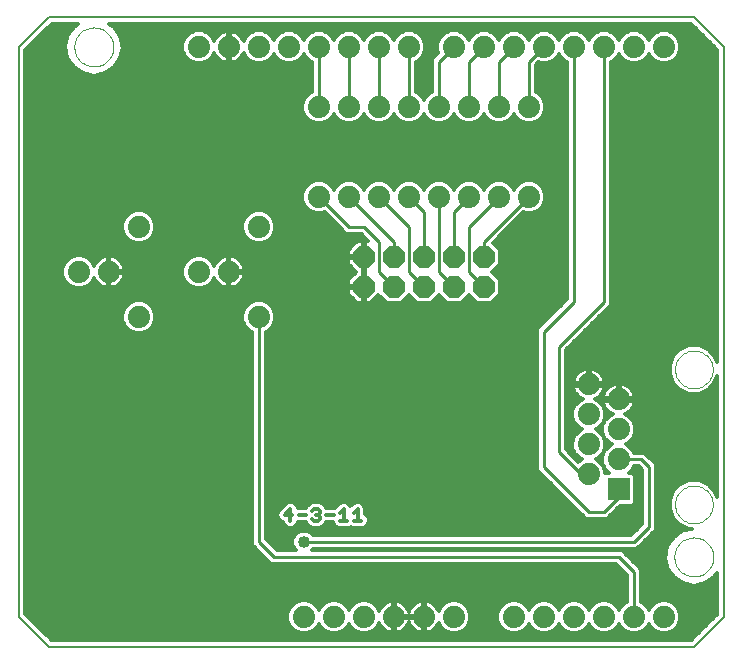
<source format=gtl>
G75*
G70*
%OFA0B0*%
%FSLAX24Y24*%
%IPPOS*%
%LPD*%
%AMOC8*
5,1,8,0,0,1.08239X$1,22.5*
%
%ADD10C,0.0080*%
%ADD11C,0.0130*%
%ADD12C,0.0740*%
%ADD13C,0.0000*%
%ADD14R,0.0740X0.0740*%
%ADD15OC8,0.0740*%
%ADD16C,0.0120*%
%ADD17C,0.0100*%
%ADD18C,0.0400*%
D10*
X006259Y001161D02*
X007259Y000161D01*
X028759Y000161D01*
X029759Y001161D01*
X029759Y020161D01*
X028759Y021161D01*
X007259Y021161D01*
X006259Y020161D01*
X006259Y001161D01*
D11*
X015124Y004561D02*
X015371Y004561D01*
X015309Y004376D02*
X015309Y004747D01*
X015124Y004561D01*
X015584Y004561D02*
X015831Y004561D01*
X016045Y004438D02*
X016106Y004376D01*
X016230Y004376D01*
X016291Y004438D01*
X016291Y004500D01*
X016230Y004561D01*
X016168Y004561D01*
X016230Y004561D02*
X016291Y004623D01*
X016291Y004685D01*
X016230Y004747D01*
X016106Y004747D01*
X016045Y004685D01*
X016505Y004561D02*
X016752Y004561D01*
X016965Y004623D02*
X017089Y004747D01*
X017089Y004376D01*
X017212Y004376D02*
X016965Y004376D01*
X017426Y004376D02*
X017673Y004376D01*
X017549Y004376D02*
X017549Y004747D01*
X017426Y004623D01*
D12*
X017759Y001161D03*
X018759Y001161D03*
X019759Y001161D03*
X020759Y001161D03*
X022759Y001161D03*
X023759Y001161D03*
X024759Y001161D03*
X025759Y001161D03*
X026759Y001161D03*
X027759Y001161D03*
X025259Y005911D03*
X026259Y006411D03*
X025259Y006911D03*
X026259Y007411D03*
X025259Y007911D03*
X026259Y008411D03*
X025259Y008911D03*
X023259Y015161D03*
X022259Y015161D03*
X021259Y015161D03*
X020259Y015161D03*
X019259Y015161D03*
X018259Y015161D03*
X017259Y015161D03*
X016259Y015161D03*
X014259Y014161D03*
X013259Y012661D03*
X012259Y012661D03*
X014259Y011161D03*
X010259Y011161D03*
X009259Y012661D03*
X008259Y012661D03*
X010259Y014161D03*
X016259Y018161D03*
X017259Y018161D03*
X018259Y018161D03*
X019259Y018161D03*
X020259Y018161D03*
X021259Y018161D03*
X022259Y018161D03*
X023259Y018161D03*
X023759Y020161D03*
X024759Y020161D03*
X025759Y020161D03*
X026759Y020161D03*
X027759Y020161D03*
X022759Y020161D03*
X021759Y020161D03*
X020759Y020161D03*
X019259Y020161D03*
X018259Y020161D03*
X017259Y020161D03*
X016259Y020161D03*
X015259Y020161D03*
X014259Y020161D03*
X013259Y020161D03*
X012259Y020161D03*
X015759Y001161D03*
X016759Y001161D03*
D13*
X028109Y003161D02*
X028111Y003211D01*
X028117Y003261D01*
X028127Y003311D01*
X028140Y003359D01*
X028157Y003407D01*
X028178Y003453D01*
X028202Y003497D01*
X028230Y003539D01*
X028261Y003579D01*
X028295Y003616D01*
X028332Y003651D01*
X028371Y003682D01*
X028412Y003711D01*
X028456Y003736D01*
X028502Y003758D01*
X028549Y003776D01*
X028597Y003790D01*
X028646Y003801D01*
X028696Y003808D01*
X028746Y003811D01*
X028797Y003810D01*
X028847Y003805D01*
X028897Y003796D01*
X028945Y003784D01*
X028993Y003767D01*
X029039Y003747D01*
X029084Y003724D01*
X029127Y003697D01*
X029167Y003667D01*
X029205Y003634D01*
X029240Y003598D01*
X029273Y003559D01*
X029302Y003518D01*
X029328Y003475D01*
X029351Y003430D01*
X029370Y003383D01*
X029385Y003335D01*
X029397Y003286D01*
X029405Y003236D01*
X029409Y003186D01*
X029409Y003136D01*
X029405Y003086D01*
X029397Y003036D01*
X029385Y002987D01*
X029370Y002939D01*
X029351Y002892D01*
X029328Y002847D01*
X029302Y002804D01*
X029273Y002763D01*
X029240Y002724D01*
X029205Y002688D01*
X029167Y002655D01*
X029127Y002625D01*
X029084Y002598D01*
X029039Y002575D01*
X028993Y002555D01*
X028945Y002538D01*
X028897Y002526D01*
X028847Y002517D01*
X028797Y002512D01*
X028746Y002511D01*
X028696Y002514D01*
X028646Y002521D01*
X028597Y002532D01*
X028549Y002546D01*
X028502Y002564D01*
X028456Y002586D01*
X028412Y002611D01*
X028371Y002640D01*
X028332Y002671D01*
X028295Y002706D01*
X028261Y002743D01*
X028230Y002783D01*
X028202Y002825D01*
X028178Y002869D01*
X028157Y002915D01*
X028140Y002963D01*
X028127Y003011D01*
X028117Y003061D01*
X028111Y003111D01*
X028109Y003161D01*
X028129Y004911D02*
X028131Y004961D01*
X028137Y005011D01*
X028147Y005060D01*
X028161Y005108D01*
X028178Y005155D01*
X028199Y005200D01*
X028224Y005244D01*
X028252Y005285D01*
X028284Y005324D01*
X028318Y005361D01*
X028355Y005395D01*
X028395Y005425D01*
X028437Y005452D01*
X028481Y005476D01*
X028527Y005497D01*
X028574Y005513D01*
X028622Y005526D01*
X028672Y005535D01*
X028721Y005540D01*
X028772Y005541D01*
X028822Y005538D01*
X028871Y005531D01*
X028920Y005520D01*
X028968Y005505D01*
X029014Y005487D01*
X029059Y005465D01*
X029102Y005439D01*
X029143Y005410D01*
X029182Y005378D01*
X029218Y005343D01*
X029250Y005305D01*
X029280Y005265D01*
X029307Y005222D01*
X029330Y005178D01*
X029349Y005132D01*
X029365Y005084D01*
X029377Y005035D01*
X029385Y004986D01*
X029389Y004936D01*
X029389Y004886D01*
X029385Y004836D01*
X029377Y004787D01*
X029365Y004738D01*
X029349Y004690D01*
X029330Y004644D01*
X029307Y004600D01*
X029280Y004557D01*
X029250Y004517D01*
X029218Y004479D01*
X029182Y004444D01*
X029143Y004412D01*
X029102Y004383D01*
X029059Y004357D01*
X029014Y004335D01*
X028968Y004317D01*
X028920Y004302D01*
X028871Y004291D01*
X028822Y004284D01*
X028772Y004281D01*
X028721Y004282D01*
X028672Y004287D01*
X028622Y004296D01*
X028574Y004309D01*
X028527Y004325D01*
X028481Y004346D01*
X028437Y004370D01*
X028395Y004397D01*
X028355Y004427D01*
X028318Y004461D01*
X028284Y004498D01*
X028252Y004537D01*
X028224Y004578D01*
X028199Y004622D01*
X028178Y004667D01*
X028161Y004714D01*
X028147Y004762D01*
X028137Y004811D01*
X028131Y004861D01*
X028129Y004911D01*
X028129Y009411D02*
X028131Y009461D01*
X028137Y009511D01*
X028147Y009560D01*
X028161Y009608D01*
X028178Y009655D01*
X028199Y009700D01*
X028224Y009744D01*
X028252Y009785D01*
X028284Y009824D01*
X028318Y009861D01*
X028355Y009895D01*
X028395Y009925D01*
X028437Y009952D01*
X028481Y009976D01*
X028527Y009997D01*
X028574Y010013D01*
X028622Y010026D01*
X028672Y010035D01*
X028721Y010040D01*
X028772Y010041D01*
X028822Y010038D01*
X028871Y010031D01*
X028920Y010020D01*
X028968Y010005D01*
X029014Y009987D01*
X029059Y009965D01*
X029102Y009939D01*
X029143Y009910D01*
X029182Y009878D01*
X029218Y009843D01*
X029250Y009805D01*
X029280Y009765D01*
X029307Y009722D01*
X029330Y009678D01*
X029349Y009632D01*
X029365Y009584D01*
X029377Y009535D01*
X029385Y009486D01*
X029389Y009436D01*
X029389Y009386D01*
X029385Y009336D01*
X029377Y009287D01*
X029365Y009238D01*
X029349Y009190D01*
X029330Y009144D01*
X029307Y009100D01*
X029280Y009057D01*
X029250Y009017D01*
X029218Y008979D01*
X029182Y008944D01*
X029143Y008912D01*
X029102Y008883D01*
X029059Y008857D01*
X029014Y008835D01*
X028968Y008817D01*
X028920Y008802D01*
X028871Y008791D01*
X028822Y008784D01*
X028772Y008781D01*
X028721Y008782D01*
X028672Y008787D01*
X028622Y008796D01*
X028574Y008809D01*
X028527Y008825D01*
X028481Y008846D01*
X028437Y008870D01*
X028395Y008897D01*
X028355Y008927D01*
X028318Y008961D01*
X028284Y008998D01*
X028252Y009037D01*
X028224Y009078D01*
X028199Y009122D01*
X028178Y009167D01*
X028161Y009214D01*
X028147Y009262D01*
X028137Y009311D01*
X028131Y009361D01*
X028129Y009411D01*
X008109Y020161D02*
X008111Y020211D01*
X008117Y020261D01*
X008127Y020311D01*
X008140Y020359D01*
X008157Y020407D01*
X008178Y020453D01*
X008202Y020497D01*
X008230Y020539D01*
X008261Y020579D01*
X008295Y020616D01*
X008332Y020651D01*
X008371Y020682D01*
X008412Y020711D01*
X008456Y020736D01*
X008502Y020758D01*
X008549Y020776D01*
X008597Y020790D01*
X008646Y020801D01*
X008696Y020808D01*
X008746Y020811D01*
X008797Y020810D01*
X008847Y020805D01*
X008897Y020796D01*
X008945Y020784D01*
X008993Y020767D01*
X009039Y020747D01*
X009084Y020724D01*
X009127Y020697D01*
X009167Y020667D01*
X009205Y020634D01*
X009240Y020598D01*
X009273Y020559D01*
X009302Y020518D01*
X009328Y020475D01*
X009351Y020430D01*
X009370Y020383D01*
X009385Y020335D01*
X009397Y020286D01*
X009405Y020236D01*
X009409Y020186D01*
X009409Y020136D01*
X009405Y020086D01*
X009397Y020036D01*
X009385Y019987D01*
X009370Y019939D01*
X009351Y019892D01*
X009328Y019847D01*
X009302Y019804D01*
X009273Y019763D01*
X009240Y019724D01*
X009205Y019688D01*
X009167Y019655D01*
X009127Y019625D01*
X009084Y019598D01*
X009039Y019575D01*
X008993Y019555D01*
X008945Y019538D01*
X008897Y019526D01*
X008847Y019517D01*
X008797Y019512D01*
X008746Y019511D01*
X008696Y019514D01*
X008646Y019521D01*
X008597Y019532D01*
X008549Y019546D01*
X008502Y019564D01*
X008456Y019586D01*
X008412Y019611D01*
X008371Y019640D01*
X008332Y019671D01*
X008295Y019706D01*
X008261Y019743D01*
X008230Y019783D01*
X008202Y019825D01*
X008178Y019869D01*
X008157Y019915D01*
X008140Y019963D01*
X008127Y020011D01*
X008117Y020061D01*
X008111Y020111D01*
X008109Y020161D01*
D14*
X026259Y005411D03*
D15*
X021759Y012161D03*
X020759Y012161D03*
X019759Y012161D03*
X018759Y012161D03*
X017759Y012161D03*
X017759Y013161D03*
X018759Y013161D03*
X019759Y013161D03*
X020759Y013161D03*
X021759Y013161D03*
D16*
X022141Y013557D02*
X024529Y013557D01*
X024529Y013675D02*
X022098Y013675D01*
X022060Y013638D02*
X023068Y014645D01*
X023149Y014611D01*
X023368Y014611D01*
X023570Y014695D01*
X023725Y014850D01*
X023809Y015052D01*
X023809Y015271D01*
X023725Y015473D01*
X023570Y015627D01*
X023368Y015711D01*
X023149Y015711D01*
X022947Y015627D01*
X022793Y015473D01*
X022759Y015391D01*
X022725Y015473D01*
X022570Y015627D01*
X022368Y015711D01*
X022149Y015711D01*
X021947Y015627D01*
X021793Y015473D01*
X021759Y015391D01*
X021725Y015473D01*
X021570Y015627D01*
X021368Y015711D01*
X021149Y015711D01*
X020947Y015627D01*
X020793Y015473D01*
X020759Y015391D01*
X020725Y015473D01*
X020570Y015627D01*
X020368Y015711D01*
X020149Y015711D01*
X019947Y015627D01*
X019793Y015473D01*
X019759Y015391D01*
X019725Y015473D01*
X019570Y015627D01*
X019368Y015711D01*
X019149Y015711D01*
X018947Y015627D01*
X018793Y015473D01*
X018759Y015391D01*
X018725Y015473D01*
X018570Y015627D01*
X018368Y015711D01*
X018149Y015711D01*
X017947Y015627D01*
X017793Y015473D01*
X017759Y015391D01*
X017725Y015473D01*
X017570Y015627D01*
X017368Y015711D01*
X017149Y015711D01*
X016947Y015627D01*
X016793Y015473D01*
X016759Y015391D01*
X016725Y015473D01*
X016570Y015627D01*
X016368Y015711D01*
X016149Y015711D01*
X015947Y015627D01*
X015793Y015473D01*
X015709Y015271D01*
X015709Y015052D01*
X015793Y014850D01*
X015947Y014695D01*
X016149Y014611D01*
X016368Y014611D01*
X016450Y014645D01*
X017164Y013931D01*
X017354Y013931D01*
X017664Y013931D01*
X017904Y013691D01*
X017799Y013691D01*
X017799Y013201D01*
X017719Y013201D01*
X012393Y013201D01*
X012368Y013211D02*
X012149Y013211D01*
X011947Y013127D01*
X011793Y012973D01*
X011709Y012771D01*
X011709Y012552D01*
X011793Y012350D01*
X011947Y012195D01*
X012149Y012111D01*
X012368Y012111D01*
X012570Y012195D01*
X012725Y012350D01*
X012769Y012455D01*
X012806Y012383D01*
X012855Y012316D01*
X012914Y012257D01*
X012981Y012208D01*
X013055Y012170D01*
X013135Y012144D01*
X013217Y012131D01*
X013239Y012131D01*
X013239Y012641D01*
X013279Y012641D01*
X013279Y012131D01*
X013301Y012131D01*
X013383Y012144D01*
X013462Y012170D01*
X013537Y012208D01*
X013604Y012257D01*
X013663Y012316D01*
X013712Y012383D01*
X013750Y012458D01*
X013776Y012537D01*
X013789Y012620D01*
X013789Y012641D01*
X013279Y012641D01*
X013279Y012681D01*
X013789Y012681D01*
X013789Y012703D01*
X013776Y012785D01*
X013750Y012865D01*
X013712Y012939D01*
X013663Y013006D01*
X013604Y013065D01*
X013537Y013115D01*
X013462Y013152D01*
X013383Y013178D01*
X013301Y013191D01*
X013279Y013191D01*
X013279Y012681D01*
X013239Y012681D01*
X013239Y013191D01*
X013217Y013191D01*
X013135Y013178D01*
X013055Y013152D01*
X012981Y013115D01*
X012914Y013065D01*
X012855Y013006D01*
X012806Y012939D01*
X012769Y012867D01*
X012725Y012973D01*
X012570Y013127D01*
X012368Y013211D01*
X012125Y013201D02*
X008393Y013201D01*
X008368Y013211D02*
X008149Y013211D01*
X007947Y013127D01*
X007793Y012973D01*
X007709Y012771D01*
X007709Y012552D01*
X007793Y012350D01*
X007947Y012195D01*
X008149Y012111D01*
X008368Y012111D01*
X008570Y012195D01*
X008725Y012350D01*
X008769Y012455D01*
X008806Y012383D01*
X008855Y012316D01*
X008914Y012257D01*
X008981Y012208D01*
X009055Y012170D01*
X009135Y012144D01*
X009217Y012131D01*
X009239Y012131D01*
X009239Y012641D01*
X009279Y012641D01*
X009279Y012131D01*
X009301Y012131D01*
X009383Y012144D01*
X009462Y012170D01*
X009537Y012208D01*
X009604Y012257D01*
X009663Y012316D01*
X009712Y012383D01*
X009750Y012458D01*
X009776Y012537D01*
X009789Y012620D01*
X009789Y012641D01*
X009279Y012641D01*
X009279Y012681D01*
X009789Y012681D01*
X009789Y012703D01*
X009776Y012785D01*
X009750Y012865D01*
X009712Y012939D01*
X009663Y013006D01*
X009604Y013065D01*
X009537Y013115D01*
X009462Y013152D01*
X009383Y013178D01*
X009301Y013191D01*
X009279Y013191D01*
X009279Y012681D01*
X009239Y012681D01*
X009239Y013191D01*
X009217Y013191D01*
X009135Y013178D01*
X009055Y013152D01*
X008981Y013115D01*
X008914Y013065D01*
X008855Y013006D01*
X008806Y012939D01*
X008769Y012867D01*
X008725Y012973D01*
X008570Y013127D01*
X008368Y013211D01*
X008125Y013201D02*
X006479Y013201D01*
X006479Y013082D02*
X007902Y013082D01*
X007789Y012964D02*
X006479Y012964D01*
X006479Y012845D02*
X007740Y012845D01*
X007709Y012727D02*
X006479Y012727D01*
X006479Y012608D02*
X007709Y012608D01*
X007735Y012490D02*
X006479Y012490D01*
X006479Y012371D02*
X007784Y012371D01*
X007890Y012253D02*
X006479Y012253D01*
X006479Y012134D02*
X008094Y012134D01*
X008424Y012134D02*
X009199Y012134D01*
X009239Y012134D02*
X009279Y012134D01*
X009319Y012134D02*
X012094Y012134D01*
X011890Y012253D02*
X009598Y012253D01*
X009703Y012371D02*
X011784Y012371D01*
X011735Y012490D02*
X009760Y012490D01*
X009787Y012608D02*
X011709Y012608D01*
X011709Y012727D02*
X009785Y012727D01*
X009756Y012845D02*
X011740Y012845D01*
X011789Y012964D02*
X009694Y012964D01*
X009581Y013082D02*
X011902Y013082D01*
X012615Y013082D02*
X012937Y013082D01*
X012824Y012964D02*
X012729Y012964D01*
X013239Y012964D02*
X013279Y012964D01*
X013279Y013082D02*
X013239Y013082D01*
X013239Y012845D02*
X013279Y012845D01*
X013279Y012727D02*
X013239Y012727D01*
X013239Y012608D02*
X013279Y012608D01*
X013279Y012490D02*
X013239Y012490D01*
X013239Y012371D02*
X013279Y012371D01*
X013279Y012253D02*
X013239Y012253D01*
X013239Y012134D02*
X013279Y012134D01*
X013319Y012134D02*
X017719Y012134D01*
X017719Y012121D02*
X017229Y012121D01*
X017229Y011942D01*
X017539Y011631D01*
X017719Y011631D01*
X017719Y012121D01*
X017799Y012121D01*
X017799Y011631D01*
X017978Y011631D01*
X018245Y011898D01*
X018531Y011611D01*
X018987Y011611D01*
X019259Y011883D01*
X019531Y011611D01*
X019987Y011611D01*
X020259Y011883D01*
X020531Y011611D01*
X020987Y011611D01*
X021259Y011883D01*
X021531Y011611D01*
X021987Y011611D01*
X022309Y011933D01*
X022309Y012389D01*
X022037Y012661D01*
X022309Y012933D01*
X022309Y013389D01*
X022060Y013638D01*
X022217Y013794D02*
X024529Y013794D01*
X024529Y013912D02*
X022335Y013912D01*
X022454Y014031D02*
X024529Y014031D01*
X024529Y014149D02*
X022572Y014149D01*
X022691Y014268D02*
X024529Y014268D01*
X024529Y014386D02*
X022809Y014386D01*
X022928Y014505D02*
X024529Y014505D01*
X024529Y014624D02*
X023398Y014624D01*
X023618Y014742D02*
X024529Y014742D01*
X024529Y014861D02*
X023730Y014861D01*
X023779Y014979D02*
X024529Y014979D01*
X024529Y015098D02*
X023809Y015098D01*
X023809Y015216D02*
X024529Y015216D01*
X024529Y015335D02*
X023782Y015335D01*
X023733Y015453D02*
X024529Y015453D01*
X024529Y015572D02*
X023626Y015572D01*
X023419Y015690D02*
X024529Y015690D01*
X024529Y015809D02*
X006479Y015809D01*
X006479Y015928D02*
X024529Y015928D01*
X024529Y016046D02*
X006479Y016046D01*
X006479Y016165D02*
X024529Y016165D01*
X024529Y016283D02*
X006479Y016283D01*
X006479Y016402D02*
X024529Y016402D01*
X024529Y016520D02*
X006479Y016520D01*
X006479Y016639D02*
X024529Y016639D01*
X024529Y016757D02*
X006479Y016757D01*
X006479Y016876D02*
X024529Y016876D01*
X024529Y016994D02*
X006479Y016994D01*
X006479Y017113D02*
X024529Y017113D01*
X024529Y017231D02*
X006479Y017231D01*
X006479Y017350D02*
X024529Y017350D01*
X024529Y017469D02*
X006479Y017469D01*
X006479Y017587D02*
X024529Y017587D01*
X024529Y017706D02*
X023581Y017706D01*
X023570Y017695D02*
X023725Y017850D01*
X023809Y018052D01*
X023809Y018271D01*
X023725Y018473D01*
X023570Y018627D01*
X023489Y018661D01*
X023489Y019566D01*
X023568Y019645D01*
X023649Y019611D01*
X023868Y019611D01*
X024070Y019695D01*
X024225Y019850D01*
X024259Y019931D01*
X024293Y019850D01*
X024447Y019695D01*
X024529Y019661D01*
X024529Y011756D01*
X023529Y010756D01*
X023529Y010566D01*
X023529Y006066D01*
X023664Y005931D01*
X025164Y004431D01*
X025354Y004431D01*
X025854Y004431D01*
X025989Y004566D01*
X026284Y004861D01*
X026703Y004861D01*
X026809Y004967D01*
X026809Y005856D01*
X026703Y005961D01*
X026587Y005961D01*
X026725Y006100D01*
X026759Y006181D01*
X026914Y006181D01*
X027029Y006066D01*
X027029Y004256D01*
X026664Y003891D01*
X016066Y003891D01*
X015974Y003983D01*
X015834Y004041D01*
X015683Y004041D01*
X015544Y003983D01*
X015437Y003876D01*
X015379Y003737D01*
X015379Y003586D01*
X015437Y003446D01*
X015492Y003391D01*
X014854Y003391D01*
X014489Y003756D01*
X014489Y010661D01*
X014570Y010695D01*
X014725Y010850D01*
X014809Y011052D01*
X014809Y011271D01*
X014725Y011473D01*
X014570Y011627D01*
X014368Y011711D01*
X014149Y011711D01*
X013947Y011627D01*
X013793Y011473D01*
X013709Y011271D01*
X013709Y011052D01*
X013793Y010850D01*
X013947Y010695D01*
X014029Y010661D01*
X014029Y003566D01*
X014164Y003431D01*
X014664Y002931D01*
X014854Y002931D01*
X026164Y002931D01*
X026529Y002566D01*
X026529Y001661D01*
X026447Y001627D01*
X026293Y001473D01*
X026259Y001391D01*
X026225Y001473D01*
X026070Y001627D01*
X025868Y001711D01*
X025649Y001711D01*
X025447Y001627D01*
X025293Y001473D01*
X025259Y001391D01*
X025225Y001473D01*
X025070Y001627D01*
X024868Y001711D01*
X024649Y001711D01*
X024447Y001627D01*
X024293Y001473D01*
X024259Y001391D01*
X024225Y001473D01*
X024070Y001627D01*
X023868Y001711D01*
X023649Y001711D01*
X023447Y001627D01*
X023293Y001473D01*
X023259Y001391D01*
X023225Y001473D01*
X023070Y001627D01*
X022868Y001711D01*
X022649Y001711D01*
X022447Y001627D01*
X022293Y001473D01*
X022209Y001271D01*
X022209Y001052D01*
X022293Y000850D01*
X022447Y000695D01*
X022649Y000611D01*
X022868Y000611D01*
X023070Y000695D01*
X023225Y000850D01*
X023259Y000931D01*
X023293Y000850D01*
X023447Y000695D01*
X023649Y000611D01*
X023868Y000611D01*
X024070Y000695D01*
X024225Y000850D01*
X024259Y000931D01*
X024293Y000850D01*
X024447Y000695D01*
X024649Y000611D01*
X024868Y000611D01*
X025070Y000695D01*
X025225Y000850D01*
X025259Y000931D01*
X025293Y000850D01*
X025447Y000695D01*
X025649Y000611D01*
X025868Y000611D01*
X026070Y000695D01*
X026225Y000850D01*
X026259Y000931D01*
X026293Y000850D01*
X026447Y000695D01*
X026649Y000611D01*
X026868Y000611D01*
X027070Y000695D01*
X027225Y000850D01*
X027259Y000931D01*
X027293Y000850D01*
X027447Y000695D01*
X027649Y000611D01*
X027868Y000611D01*
X028070Y000695D01*
X028225Y000850D01*
X028309Y001052D01*
X028309Y001271D01*
X028225Y001473D01*
X028070Y001627D01*
X027868Y001711D01*
X027649Y001711D01*
X027447Y001627D01*
X027293Y001473D01*
X027259Y001391D01*
X027225Y001473D01*
X027070Y001627D01*
X026989Y001661D01*
X026989Y002756D01*
X026854Y002891D01*
X026489Y003256D01*
X026354Y003391D01*
X016026Y003391D01*
X016066Y003431D01*
X026854Y003431D01*
X026989Y003566D01*
X027489Y004066D01*
X027489Y004256D01*
X027489Y006256D01*
X027354Y006391D01*
X027104Y006641D01*
X026914Y006641D01*
X026759Y006641D01*
X026725Y006723D01*
X026570Y006877D01*
X026489Y006911D01*
X026570Y006945D01*
X026725Y007100D01*
X026809Y007302D01*
X026809Y007521D01*
X026725Y007723D01*
X026570Y007877D01*
X026465Y007921D01*
X026537Y007958D01*
X026604Y008007D01*
X026663Y008066D01*
X026712Y008133D01*
X026750Y008208D01*
X026776Y008287D01*
X026789Y008370D01*
X026789Y008373D01*
X026298Y008373D01*
X026298Y008450D01*
X026789Y008450D01*
X026789Y008453D01*
X026776Y008535D01*
X026750Y008615D01*
X026712Y008689D01*
X026663Y008756D01*
X026604Y008815D01*
X026537Y008865D01*
X026462Y008902D01*
X026383Y008928D01*
X026301Y008941D01*
X026297Y008941D01*
X026297Y008450D01*
X026220Y008450D01*
X026220Y008373D01*
X025729Y008373D01*
X025729Y008370D01*
X025742Y008287D01*
X025768Y008208D01*
X025806Y008133D01*
X025855Y008066D01*
X025914Y008007D01*
X025981Y007958D01*
X026053Y007921D01*
X025947Y007877D01*
X025793Y007723D01*
X025709Y007521D01*
X025709Y007302D01*
X025793Y007100D01*
X025947Y006945D01*
X026029Y006911D01*
X025947Y006877D01*
X025793Y006723D01*
X025709Y006521D01*
X025709Y006302D01*
X025793Y006100D01*
X025931Y005961D01*
X025814Y005961D01*
X025809Y005956D01*
X025809Y006021D01*
X025725Y006223D01*
X025570Y006377D01*
X025489Y006411D01*
X025570Y006445D01*
X025725Y006600D01*
X025809Y006802D01*
X025809Y007021D01*
X025725Y007223D01*
X025570Y007377D01*
X025489Y007411D01*
X025570Y007445D01*
X025725Y007600D01*
X025809Y007802D01*
X025809Y008021D01*
X025725Y008223D01*
X025570Y008377D01*
X025465Y008421D01*
X025537Y008458D01*
X025604Y008507D01*
X025663Y008566D01*
X025712Y008633D01*
X025750Y008708D01*
X025776Y008787D01*
X025789Y008870D01*
X025789Y008873D01*
X025298Y008873D01*
X025298Y008950D01*
X025789Y008950D01*
X025789Y008953D01*
X025776Y009035D01*
X025750Y009115D01*
X025712Y009189D01*
X025663Y009256D01*
X025604Y009315D01*
X025537Y009365D01*
X025462Y009402D01*
X025383Y009428D01*
X025301Y009441D01*
X025297Y009441D01*
X025297Y008950D01*
X025220Y008950D01*
X025220Y008873D01*
X024729Y008873D01*
X024729Y008870D01*
X024742Y008787D01*
X024768Y008708D01*
X024806Y008633D01*
X024855Y008566D01*
X024914Y008507D01*
X024981Y008458D01*
X025053Y008421D01*
X024947Y008377D01*
X024793Y008223D01*
X024709Y008021D01*
X024709Y007802D01*
X024793Y007600D01*
X024947Y007445D01*
X025029Y007411D01*
X024947Y007377D01*
X024793Y007223D01*
X024709Y007021D01*
X024709Y006802D01*
X024793Y006600D01*
X024947Y006445D01*
X025029Y006411D01*
X024947Y006377D01*
X024908Y006338D01*
X024489Y006756D01*
X024489Y010066D01*
X025989Y011566D01*
X025989Y011756D01*
X025989Y019661D01*
X026070Y019695D01*
X026225Y019850D01*
X026259Y019931D01*
X026293Y019850D01*
X026447Y019695D01*
X026649Y019611D01*
X026868Y019611D01*
X027070Y019695D01*
X027225Y019850D01*
X027259Y019931D01*
X027293Y019850D01*
X027447Y019695D01*
X027649Y019611D01*
X027868Y019611D01*
X028070Y019695D01*
X028225Y019850D01*
X028309Y020052D01*
X028309Y020271D01*
X028225Y020473D01*
X028070Y020627D01*
X027868Y020711D01*
X027649Y020711D01*
X027447Y020627D01*
X027293Y020473D01*
X027259Y020391D01*
X027225Y020473D01*
X027070Y020627D01*
X026868Y020711D01*
X026649Y020711D01*
X026447Y020627D01*
X026293Y020473D01*
X026259Y020391D01*
X026225Y020473D01*
X026070Y020627D01*
X025868Y020711D01*
X025649Y020711D01*
X025447Y020627D01*
X025293Y020473D01*
X025259Y020391D01*
X025225Y020473D01*
X025070Y020627D01*
X024868Y020711D01*
X024649Y020711D01*
X024447Y020627D01*
X024293Y020473D01*
X024259Y020391D01*
X024225Y020473D01*
X024070Y020627D01*
X023868Y020711D01*
X023649Y020711D01*
X023447Y020627D01*
X023293Y020473D01*
X023259Y020391D01*
X023225Y020473D01*
X023070Y020627D01*
X022868Y020711D01*
X022649Y020711D01*
X022447Y020627D01*
X022293Y020473D01*
X022259Y020391D01*
X022225Y020473D01*
X022070Y020627D01*
X021868Y020711D01*
X021649Y020711D01*
X021447Y020627D01*
X021293Y020473D01*
X021259Y020391D01*
X021225Y020473D01*
X021070Y020627D01*
X020868Y020711D01*
X020649Y020711D01*
X020447Y020627D01*
X020293Y020473D01*
X020209Y020271D01*
X020209Y020052D01*
X020243Y019970D01*
X020029Y019756D01*
X020029Y019566D01*
X020029Y018661D01*
X019947Y018627D01*
X019793Y018473D01*
X019759Y018391D01*
X019725Y018473D01*
X019570Y018627D01*
X019489Y018661D01*
X019489Y019661D01*
X019570Y019695D01*
X019725Y019850D01*
X019809Y020052D01*
X019809Y020271D01*
X019725Y020473D01*
X019570Y020627D01*
X019368Y020711D01*
X019149Y020711D01*
X018947Y020627D01*
X018793Y020473D01*
X018759Y020391D01*
X018725Y020473D01*
X018570Y020627D01*
X018368Y020711D01*
X018149Y020711D01*
X017947Y020627D01*
X017793Y020473D01*
X017759Y020391D01*
X017725Y020473D01*
X017570Y020627D01*
X017368Y020711D01*
X017149Y020711D01*
X016947Y020627D01*
X016793Y020473D01*
X016759Y020391D01*
X016725Y020473D01*
X016570Y020627D01*
X016368Y020711D01*
X016149Y020711D01*
X015947Y020627D01*
X015793Y020473D01*
X015759Y020391D01*
X015725Y020473D01*
X015570Y020627D01*
X015368Y020711D01*
X015149Y020711D01*
X014947Y020627D01*
X014793Y020473D01*
X014759Y020391D01*
X014725Y020473D01*
X014570Y020627D01*
X014368Y020711D01*
X014149Y020711D01*
X013947Y020627D01*
X013793Y020473D01*
X013749Y020367D01*
X013712Y020439D01*
X013663Y020506D01*
X013604Y020565D01*
X013537Y020615D01*
X013462Y020652D01*
X013383Y020678D01*
X013301Y020691D01*
X013299Y020691D01*
X013299Y020201D01*
X013219Y020201D01*
X013219Y020691D01*
X013217Y020691D01*
X013135Y020678D01*
X013055Y020652D01*
X012981Y020615D01*
X012914Y020565D01*
X012855Y020506D01*
X012806Y020439D01*
X012769Y020367D01*
X012725Y020473D01*
X012570Y020627D01*
X012368Y020711D01*
X012149Y020711D01*
X011947Y020627D01*
X011793Y020473D01*
X011709Y020271D01*
X011709Y020052D01*
X011793Y019850D01*
X011947Y019695D01*
X012149Y019611D01*
X012368Y019611D01*
X012570Y019695D01*
X012725Y019850D01*
X012769Y019955D01*
X012806Y019883D01*
X012855Y019816D01*
X012914Y019757D01*
X012981Y019708D01*
X013055Y019670D01*
X013135Y019644D01*
X013217Y019631D01*
X013219Y019631D01*
X013219Y020121D01*
X013299Y020121D01*
X013299Y019631D01*
X013301Y019631D01*
X013383Y019644D01*
X013462Y019670D01*
X013537Y019708D01*
X013604Y019757D01*
X013663Y019816D01*
X013712Y019883D01*
X013749Y019955D01*
X013793Y019850D01*
X013947Y019695D01*
X014149Y019611D01*
X014368Y019611D01*
X014570Y019695D01*
X014725Y019850D01*
X014759Y019931D01*
X014793Y019850D01*
X014947Y019695D01*
X015149Y019611D01*
X015368Y019611D01*
X015570Y019695D01*
X015725Y019850D01*
X015759Y019931D01*
X015793Y019850D01*
X015947Y019695D01*
X016029Y019661D01*
X016029Y018661D01*
X015947Y018627D01*
X015793Y018473D01*
X015709Y018271D01*
X015709Y018052D01*
X015793Y017850D01*
X015947Y017695D01*
X016149Y017611D01*
X016368Y017611D01*
X016570Y017695D01*
X016725Y017850D01*
X016759Y017931D01*
X016793Y017850D01*
X016947Y017695D01*
X017149Y017611D01*
X017368Y017611D01*
X017570Y017695D01*
X017725Y017850D01*
X017759Y017931D01*
X017793Y017850D01*
X017947Y017695D01*
X018149Y017611D01*
X018368Y017611D01*
X018570Y017695D01*
X018725Y017850D01*
X018759Y017931D01*
X018793Y017850D01*
X018947Y017695D01*
X019149Y017611D01*
X019368Y017611D01*
X019570Y017695D01*
X019725Y017850D01*
X019759Y017931D01*
X019793Y017850D01*
X019947Y017695D01*
X020149Y017611D01*
X020368Y017611D01*
X020570Y017695D01*
X020725Y017850D01*
X020759Y017931D01*
X020793Y017850D01*
X020947Y017695D01*
X021149Y017611D01*
X021368Y017611D01*
X021570Y017695D01*
X021725Y017850D01*
X021759Y017931D01*
X021793Y017850D01*
X021947Y017695D01*
X022149Y017611D01*
X022368Y017611D01*
X022570Y017695D01*
X022725Y017850D01*
X022759Y017931D01*
X022793Y017850D01*
X022947Y017695D01*
X023149Y017611D01*
X023368Y017611D01*
X023570Y017695D01*
X023700Y017824D02*
X024529Y017824D01*
X024529Y017943D02*
X023764Y017943D01*
X023809Y018061D02*
X024529Y018061D01*
X024529Y018180D02*
X023809Y018180D01*
X023797Y018298D02*
X024529Y018298D01*
X024529Y018417D02*
X023748Y018417D01*
X023662Y018535D02*
X024529Y018535D01*
X024529Y018654D02*
X023506Y018654D01*
X023489Y018773D02*
X024529Y018773D01*
X024529Y018891D02*
X023489Y018891D01*
X023489Y019010D02*
X024529Y019010D01*
X024529Y019128D02*
X023489Y019128D01*
X023489Y019247D02*
X024529Y019247D01*
X024529Y019365D02*
X023489Y019365D01*
X023489Y019484D02*
X024529Y019484D01*
X024529Y019602D02*
X023525Y019602D01*
X024096Y019721D02*
X024421Y019721D01*
X024303Y019839D02*
X024215Y019839D01*
X024242Y020432D02*
X024276Y020432D01*
X024371Y020551D02*
X024147Y020551D01*
X023970Y020669D02*
X024548Y020669D01*
X024970Y020669D02*
X025548Y020669D01*
X025371Y020551D02*
X025147Y020551D01*
X025242Y020432D02*
X025276Y020432D01*
X025970Y020669D02*
X026548Y020669D01*
X026371Y020551D02*
X026147Y020551D01*
X026242Y020432D02*
X026276Y020432D01*
X026970Y020669D02*
X027548Y020669D01*
X027371Y020551D02*
X027147Y020551D01*
X027242Y020432D02*
X027276Y020432D01*
X027970Y020669D02*
X028940Y020669D01*
X029058Y020551D02*
X028147Y020551D01*
X028242Y020432D02*
X029177Y020432D01*
X029295Y020314D02*
X028291Y020314D01*
X028309Y020195D02*
X029414Y020195D01*
X029532Y020077D02*
X028309Y020077D01*
X028270Y019958D02*
X029539Y019958D01*
X029539Y020070D02*
X029539Y009644D01*
X029445Y009870D01*
X029218Y010098D01*
X028920Y010221D01*
X028598Y010221D01*
X028300Y010098D01*
X028072Y009870D01*
X027949Y009572D01*
X027949Y009250D01*
X028072Y008952D01*
X028300Y008725D01*
X028598Y008601D01*
X028920Y008601D01*
X029218Y008725D01*
X029445Y008952D01*
X029539Y009178D01*
X029539Y005144D01*
X029445Y005370D01*
X029218Y005598D01*
X028920Y005721D01*
X028598Y005721D01*
X028300Y005598D01*
X028072Y005370D01*
X027949Y005072D01*
X027949Y004750D01*
X028072Y004452D01*
X028300Y004225D01*
X028598Y004101D01*
X028684Y004101D01*
X028393Y004044D01*
X028084Y003837D01*
X028084Y003836D01*
X028083Y003836D02*
X027259Y003836D01*
X027140Y003718D02*
X028004Y003718D01*
X028084Y003836D02*
X027877Y003527D01*
X027877Y003527D01*
X027804Y003161D01*
X027877Y002796D01*
X028084Y002486D01*
X028393Y002279D01*
X028759Y002206D01*
X029124Y002279D01*
X029124Y002279D01*
X029434Y002486D01*
X029434Y002486D01*
X029539Y002643D01*
X029539Y001252D01*
X028668Y000381D01*
X007350Y000381D01*
X006479Y001252D01*
X006479Y020070D01*
X007350Y020941D01*
X008240Y020941D01*
X008084Y020837D01*
X008084Y020837D01*
X008084Y020836D01*
X007877Y020527D01*
X007877Y020527D01*
X007804Y020161D01*
X007877Y019796D01*
X007877Y019796D01*
X008084Y019486D01*
X008393Y019279D01*
X008393Y019279D01*
X008759Y019206D01*
X009124Y019279D01*
X009124Y019279D01*
X009434Y019486D01*
X009434Y019486D01*
X009641Y019796D01*
X009714Y020161D01*
X009641Y020527D01*
X009434Y020836D01*
X009434Y020837D01*
X009277Y020941D01*
X028668Y020941D01*
X029539Y020070D01*
X029539Y019839D02*
X028215Y019839D01*
X028096Y019721D02*
X029539Y019721D01*
X029539Y019602D02*
X025989Y019602D01*
X025989Y019484D02*
X029539Y019484D01*
X029539Y019365D02*
X025989Y019365D01*
X025989Y019247D02*
X029539Y019247D01*
X029539Y019128D02*
X025989Y019128D01*
X025989Y019010D02*
X029539Y019010D01*
X029539Y018891D02*
X025989Y018891D01*
X025989Y018773D02*
X029539Y018773D01*
X029539Y018654D02*
X025989Y018654D01*
X025989Y018535D02*
X029539Y018535D01*
X029539Y018417D02*
X025989Y018417D01*
X025989Y018298D02*
X029539Y018298D01*
X029539Y018180D02*
X025989Y018180D01*
X025989Y018061D02*
X029539Y018061D01*
X029539Y017943D02*
X025989Y017943D01*
X025989Y017824D02*
X029539Y017824D01*
X029539Y017706D02*
X025989Y017706D01*
X025989Y017587D02*
X029539Y017587D01*
X029539Y017469D02*
X025989Y017469D01*
X025989Y017350D02*
X029539Y017350D01*
X029539Y017231D02*
X025989Y017231D01*
X025989Y017113D02*
X029539Y017113D01*
X029539Y016994D02*
X025989Y016994D01*
X025989Y016876D02*
X029539Y016876D01*
X029539Y016757D02*
X025989Y016757D01*
X025989Y016639D02*
X029539Y016639D01*
X029539Y016520D02*
X025989Y016520D01*
X025989Y016402D02*
X029539Y016402D01*
X029539Y016283D02*
X025989Y016283D01*
X025989Y016165D02*
X029539Y016165D01*
X029539Y016046D02*
X025989Y016046D01*
X025989Y015928D02*
X029539Y015928D01*
X029539Y015809D02*
X025989Y015809D01*
X025989Y015690D02*
X029539Y015690D01*
X029539Y015572D02*
X025989Y015572D01*
X025989Y015453D02*
X029539Y015453D01*
X029539Y015335D02*
X025989Y015335D01*
X025989Y015216D02*
X029539Y015216D01*
X029539Y015098D02*
X025989Y015098D01*
X025989Y014979D02*
X029539Y014979D01*
X029539Y014861D02*
X025989Y014861D01*
X025989Y014742D02*
X029539Y014742D01*
X029539Y014624D02*
X025989Y014624D01*
X025989Y014505D02*
X029539Y014505D01*
X029539Y014386D02*
X025989Y014386D01*
X025989Y014268D02*
X029539Y014268D01*
X029539Y014149D02*
X025989Y014149D01*
X025989Y014031D02*
X029539Y014031D01*
X029539Y013912D02*
X025989Y013912D01*
X025989Y013794D02*
X029539Y013794D01*
X029539Y013675D02*
X025989Y013675D01*
X025989Y013557D02*
X029539Y013557D01*
X029539Y013438D02*
X025989Y013438D01*
X025989Y013320D02*
X029539Y013320D01*
X029539Y013201D02*
X025989Y013201D01*
X025989Y013082D02*
X029539Y013082D01*
X029539Y012964D02*
X025989Y012964D01*
X025989Y012845D02*
X029539Y012845D01*
X029539Y012727D02*
X025989Y012727D01*
X025989Y012608D02*
X029539Y012608D01*
X029539Y012490D02*
X025989Y012490D01*
X025989Y012371D02*
X029539Y012371D01*
X029539Y012253D02*
X025989Y012253D01*
X025989Y012134D02*
X029539Y012134D01*
X029539Y012016D02*
X025989Y012016D01*
X025989Y011897D02*
X029539Y011897D01*
X029539Y011779D02*
X025989Y011779D01*
X025989Y011660D02*
X029539Y011660D01*
X029539Y011541D02*
X025964Y011541D01*
X025846Y011423D02*
X029539Y011423D01*
X029539Y011304D02*
X025727Y011304D01*
X025609Y011186D02*
X029539Y011186D01*
X029539Y011067D02*
X025490Y011067D01*
X025372Y010949D02*
X029539Y010949D01*
X029539Y010830D02*
X025253Y010830D01*
X025134Y010712D02*
X029539Y010712D01*
X029539Y010593D02*
X025016Y010593D01*
X024897Y010475D02*
X029539Y010475D01*
X029539Y010356D02*
X024779Y010356D01*
X024660Y010237D02*
X029539Y010237D01*
X029539Y010119D02*
X029167Y010119D01*
X029315Y010000D02*
X029539Y010000D01*
X029539Y009882D02*
X029434Y009882D01*
X029490Y009763D02*
X029539Y009763D01*
X029539Y009645D02*
X029539Y009645D01*
X029536Y009171D02*
X029539Y009171D01*
X029539Y009052D02*
X029487Y009052D01*
X029539Y008933D02*
X029426Y008933D01*
X029539Y008815D02*
X029308Y008815D01*
X029149Y008696D02*
X029539Y008696D01*
X029539Y008578D02*
X026762Y008578D01*
X026788Y008459D02*
X029539Y008459D01*
X029539Y008341D02*
X026784Y008341D01*
X026755Y008222D02*
X029539Y008222D01*
X029539Y008104D02*
X026690Y008104D01*
X026574Y007985D02*
X029539Y007985D01*
X029539Y007867D02*
X026581Y007867D01*
X026700Y007748D02*
X029539Y007748D01*
X029539Y007629D02*
X026764Y007629D01*
X026809Y007511D02*
X029539Y007511D01*
X029539Y007392D02*
X026809Y007392D01*
X026797Y007274D02*
X029539Y007274D01*
X029539Y007155D02*
X026748Y007155D01*
X026662Y007037D02*
X029539Y007037D01*
X029539Y006918D02*
X026506Y006918D01*
X026648Y006800D02*
X029539Y006800D01*
X029539Y006681D02*
X026742Y006681D01*
X027183Y006563D02*
X029539Y006563D01*
X029539Y006444D02*
X027301Y006444D01*
X027420Y006326D02*
X029539Y006326D01*
X029539Y006207D02*
X027489Y006207D01*
X027489Y006088D02*
X029539Y006088D01*
X029539Y005970D02*
X027489Y005970D01*
X027489Y005851D02*
X029539Y005851D01*
X029539Y005733D02*
X027489Y005733D01*
X027489Y005614D02*
X028340Y005614D01*
X028198Y005496D02*
X027489Y005496D01*
X027489Y005377D02*
X028079Y005377D01*
X028026Y005259D02*
X027489Y005259D01*
X027489Y005140D02*
X027977Y005140D01*
X027949Y005022D02*
X027489Y005022D01*
X027489Y004903D02*
X027949Y004903D01*
X027949Y004784D02*
X027489Y004784D01*
X027489Y004666D02*
X027984Y004666D01*
X028033Y004547D02*
X027489Y004547D01*
X027489Y004429D02*
X028096Y004429D01*
X028214Y004310D02*
X027489Y004310D01*
X027489Y004192D02*
X028380Y004192D01*
X028393Y004044D02*
X028393Y004044D01*
X028543Y004073D02*
X027489Y004073D01*
X027378Y003955D02*
X028260Y003955D01*
X027925Y003599D02*
X027022Y003599D01*
X026903Y003480D02*
X027867Y003480D01*
X027844Y003362D02*
X026383Y003362D01*
X026502Y003243D02*
X027820Y003243D01*
X027804Y003161D02*
X027804Y003161D01*
X027811Y003125D02*
X026621Y003125D01*
X026739Y003006D02*
X027835Y003006D01*
X027858Y002888D02*
X026858Y002888D01*
X026976Y002769D02*
X027894Y002769D01*
X027974Y002651D02*
X026989Y002651D01*
X026989Y002532D02*
X028053Y002532D01*
X028084Y002486D02*
X028084Y002486D01*
X028192Y002414D02*
X026989Y002414D01*
X026989Y002295D02*
X028369Y002295D01*
X028393Y002279D02*
X028393Y002279D01*
X028759Y002206D02*
X028759Y002206D01*
X029148Y002295D02*
X029539Y002295D01*
X029539Y002176D02*
X026989Y002176D01*
X026989Y002058D02*
X029539Y002058D01*
X029539Y001939D02*
X026989Y001939D01*
X026989Y001821D02*
X029539Y001821D01*
X029539Y001702D02*
X027890Y001702D01*
X028114Y001584D02*
X029539Y001584D01*
X029539Y001465D02*
X028228Y001465D01*
X028277Y001347D02*
X029539Y001347D01*
X029515Y001228D02*
X028309Y001228D01*
X028309Y001110D02*
X029396Y001110D01*
X029278Y000991D02*
X028284Y000991D01*
X028235Y000873D02*
X029159Y000873D01*
X029041Y000754D02*
X028129Y000754D01*
X027927Y000635D02*
X028922Y000635D01*
X028803Y000517D02*
X007214Y000517D01*
X007096Y000635D02*
X015591Y000635D01*
X015649Y000611D02*
X015868Y000611D01*
X016070Y000695D01*
X016225Y000850D01*
X016259Y000931D01*
X016293Y000850D01*
X016447Y000695D01*
X016649Y000611D01*
X016868Y000611D01*
X017070Y000695D01*
X017225Y000850D01*
X017259Y000931D01*
X017293Y000850D01*
X017447Y000695D01*
X017649Y000611D01*
X017868Y000611D01*
X018070Y000695D01*
X018225Y000850D01*
X018269Y000955D01*
X018306Y000883D01*
X018355Y000816D01*
X018414Y000757D01*
X018481Y000708D01*
X018555Y000670D01*
X018635Y000644D01*
X018717Y000631D01*
X018719Y000631D01*
X018719Y001121D01*
X018799Y001121D01*
X018799Y000631D01*
X018801Y000631D01*
X018883Y000644D01*
X018962Y000670D01*
X019037Y000708D01*
X019104Y000757D01*
X019163Y000816D01*
X019212Y000883D01*
X019250Y000958D01*
X019259Y000985D01*
X019268Y000958D01*
X019306Y000883D01*
X019355Y000816D01*
X019414Y000757D01*
X019481Y000708D01*
X019555Y000670D01*
X019635Y000644D01*
X019717Y000631D01*
X019719Y000631D01*
X019719Y001121D01*
X019799Y001121D01*
X019799Y000631D01*
X019801Y000631D01*
X019883Y000644D01*
X019962Y000670D01*
X020037Y000708D01*
X020104Y000757D01*
X020163Y000816D01*
X020212Y000883D01*
X020249Y000955D01*
X020293Y000850D01*
X020447Y000695D01*
X020649Y000611D01*
X020868Y000611D01*
X021070Y000695D01*
X021225Y000850D01*
X021309Y001052D01*
X021309Y001271D01*
X021225Y001473D01*
X021070Y001627D01*
X020868Y001711D01*
X020649Y001711D01*
X020447Y001627D01*
X020293Y001473D01*
X020249Y001367D01*
X020212Y001439D01*
X020163Y001506D01*
X020104Y001565D01*
X020037Y001615D01*
X019962Y001652D01*
X019883Y001678D01*
X019801Y001691D01*
X019799Y001691D01*
X019799Y001201D01*
X019719Y001201D01*
X019719Y001121D01*
X019229Y001121D01*
X018799Y001121D01*
X018799Y001201D01*
X019229Y001201D01*
X019719Y001201D01*
X019719Y001691D01*
X019717Y001691D01*
X019635Y001678D01*
X019555Y001652D01*
X019481Y001615D01*
X019414Y001565D01*
X019355Y001506D01*
X019306Y001439D01*
X019268Y001365D01*
X019259Y001337D01*
X019250Y001365D01*
X019212Y001439D01*
X019163Y001506D01*
X019104Y001565D01*
X019037Y001615D01*
X018962Y001652D01*
X018883Y001678D01*
X018801Y001691D01*
X018799Y001691D01*
X018799Y001201D01*
X018719Y001201D01*
X018719Y001691D01*
X018717Y001691D01*
X018635Y001678D01*
X018555Y001652D01*
X018481Y001615D01*
X018414Y001565D01*
X018355Y001506D01*
X018306Y001439D01*
X018269Y001367D01*
X018225Y001473D01*
X018070Y001627D01*
X017868Y001711D01*
X017649Y001711D01*
X017447Y001627D01*
X017293Y001473D01*
X017259Y001391D01*
X017225Y001473D01*
X017070Y001627D01*
X016868Y001711D01*
X016649Y001711D01*
X016447Y001627D01*
X016293Y001473D01*
X016259Y001391D01*
X016225Y001473D01*
X016070Y001627D01*
X015868Y001711D01*
X015649Y001711D01*
X015447Y001627D01*
X015293Y001473D01*
X015209Y001271D01*
X015209Y001052D01*
X015293Y000850D01*
X015447Y000695D01*
X015649Y000611D01*
X015927Y000635D02*
X016591Y000635D01*
X016388Y000754D02*
X016129Y000754D01*
X016235Y000873D02*
X016283Y000873D01*
X016290Y001465D02*
X016228Y001465D01*
X016114Y001584D02*
X016404Y001584D01*
X016628Y001702D02*
X015890Y001702D01*
X015628Y001702D02*
X006479Y001702D01*
X006479Y001584D02*
X015404Y001584D01*
X015290Y001465D02*
X006479Y001465D01*
X006479Y001347D02*
X015240Y001347D01*
X015209Y001228D02*
X006503Y001228D01*
X006622Y001110D02*
X015209Y001110D01*
X015234Y000991D02*
X006740Y000991D01*
X006859Y000873D02*
X015283Y000873D01*
X015388Y000754D02*
X006977Y000754D01*
X007333Y000398D02*
X028685Y000398D01*
X027591Y000635D02*
X026927Y000635D01*
X027129Y000754D02*
X027388Y000754D01*
X027283Y000873D02*
X027235Y000873D01*
X027228Y001465D02*
X027290Y001465D01*
X027404Y001584D02*
X027114Y001584D01*
X026989Y001702D02*
X027628Y001702D01*
X026529Y001702D02*
X025890Y001702D01*
X026114Y001584D02*
X026404Y001584D01*
X026290Y001465D02*
X026228Y001465D01*
X026529Y001821D02*
X006479Y001821D01*
X006479Y001939D02*
X026529Y001939D01*
X026529Y002058D02*
X006479Y002058D01*
X006479Y002176D02*
X026529Y002176D01*
X026529Y002295D02*
X006479Y002295D01*
X006479Y002414D02*
X026529Y002414D01*
X026529Y002532D02*
X006479Y002532D01*
X006479Y002651D02*
X026444Y002651D01*
X026326Y002769D02*
X006479Y002769D01*
X006479Y002888D02*
X026207Y002888D01*
X026727Y003955D02*
X016003Y003955D01*
X016058Y004131D02*
X016155Y004131D01*
X016279Y004131D01*
X016369Y004169D01*
X016437Y004237D01*
X016499Y004299D01*
X016506Y004316D01*
X016725Y004316D01*
X016758Y004237D01*
X016827Y004169D01*
X016917Y004131D01*
X017261Y004131D01*
X017319Y004155D01*
X017377Y004131D01*
X017721Y004131D01*
X017811Y004169D01*
X017880Y004237D01*
X017917Y004327D01*
X017917Y004425D01*
X017880Y004515D01*
X017811Y004584D01*
X017794Y004591D01*
X017794Y004795D01*
X017794Y004795D01*
X017779Y004832D01*
X017757Y004885D01*
X017688Y004954D01*
X017598Y004992D01*
X017500Y004992D01*
X017464Y004976D01*
X017410Y004954D01*
X017341Y004885D01*
X017310Y004853D01*
X017296Y004885D01*
X017227Y004954D01*
X017137Y004992D01*
X017040Y004992D01*
X017004Y004976D01*
X016950Y004954D01*
X016881Y004885D01*
X016802Y004806D01*
X016801Y004806D01*
X016506Y004806D01*
X016499Y004824D01*
X016498Y004825D01*
X016437Y004885D01*
X016435Y004888D01*
X016369Y004954D01*
X016369Y004954D01*
X016369Y004954D01*
X016354Y004960D01*
X016279Y004992D01*
X016181Y004992D01*
X016058Y004992D01*
X016057Y004992D01*
X015984Y004961D01*
X015968Y004954D01*
X015967Y004954D01*
X015903Y004890D01*
X015899Y004885D01*
X015837Y004824D01*
X015830Y004806D01*
X015549Y004806D01*
X015517Y004885D01*
X015448Y004954D01*
X015358Y004992D01*
X015260Y004992D01*
X015170Y004954D01*
X014985Y004769D01*
X014916Y004700D01*
X014879Y004610D01*
X014879Y004513D01*
X014916Y004423D01*
X014985Y004354D01*
X015067Y004320D01*
X015101Y004237D01*
X015170Y004169D01*
X015260Y004131D01*
X015358Y004131D01*
X015448Y004169D01*
X015517Y004237D01*
X015549Y004316D01*
X015830Y004316D01*
X015837Y004299D01*
X015968Y004169D01*
X016058Y004131D01*
X015944Y004192D02*
X015471Y004192D01*
X015547Y004310D02*
X015832Y004310D01*
X015515Y003955D02*
X014489Y003955D01*
X014489Y004073D02*
X026846Y004073D01*
X026964Y004192D02*
X017834Y004192D01*
X017910Y004310D02*
X027029Y004310D01*
X027029Y004429D02*
X017916Y004429D01*
X017848Y004547D02*
X025048Y004547D01*
X024929Y004666D02*
X017794Y004666D01*
X017794Y004784D02*
X024810Y004784D01*
X024692Y004903D02*
X017739Y004903D01*
X017500Y004992D02*
X017500Y004992D01*
X017359Y004903D02*
X017279Y004903D01*
X017341Y004885D02*
X017341Y004885D01*
X017040Y004992D02*
X017040Y004992D01*
X016899Y004903D02*
X016420Y004903D01*
X016437Y004885D02*
X016437Y004885D01*
X016499Y004824D02*
X016499Y004824D01*
X016881Y004885D02*
X016881Y004885D01*
X015968Y004954D02*
X015968Y004954D01*
X015916Y004903D02*
X015499Y004903D01*
X015119Y004903D02*
X014489Y004903D01*
X014489Y004784D02*
X015000Y004784D01*
X014902Y004666D02*
X014489Y004666D01*
X014489Y004547D02*
X014879Y004547D01*
X014914Y004429D02*
X014489Y004429D01*
X014489Y004310D02*
X015071Y004310D01*
X015147Y004192D02*
X014489Y004192D01*
X014029Y004192D02*
X006479Y004192D01*
X006479Y004310D02*
X014029Y004310D01*
X014029Y004429D02*
X006479Y004429D01*
X006479Y004547D02*
X014029Y004547D01*
X014029Y004666D02*
X006479Y004666D01*
X006479Y004784D02*
X014029Y004784D01*
X014029Y004903D02*
X006479Y004903D01*
X006479Y005022D02*
X014029Y005022D01*
X014029Y005140D02*
X006479Y005140D01*
X006479Y005259D02*
X014029Y005259D01*
X014029Y005377D02*
X006479Y005377D01*
X006479Y005496D02*
X014029Y005496D01*
X014029Y005614D02*
X006479Y005614D01*
X006479Y005733D02*
X014029Y005733D01*
X014029Y005851D02*
X006479Y005851D01*
X006479Y005970D02*
X014029Y005970D01*
X014029Y006088D02*
X006479Y006088D01*
X006479Y006207D02*
X014029Y006207D01*
X014029Y006326D02*
X006479Y006326D01*
X006479Y006444D02*
X014029Y006444D01*
X014029Y006563D02*
X006479Y006563D01*
X006479Y006681D02*
X014029Y006681D01*
X014029Y006800D02*
X006479Y006800D01*
X006479Y006918D02*
X014029Y006918D01*
X014029Y007037D02*
X006479Y007037D01*
X006479Y007155D02*
X014029Y007155D01*
X014029Y007274D02*
X006479Y007274D01*
X006479Y007392D02*
X014029Y007392D01*
X014029Y007511D02*
X006479Y007511D01*
X006479Y007629D02*
X014029Y007629D01*
X014029Y007748D02*
X006479Y007748D01*
X006479Y007867D02*
X014029Y007867D01*
X014029Y007985D02*
X006479Y007985D01*
X006479Y008104D02*
X014029Y008104D01*
X014029Y008222D02*
X006479Y008222D01*
X006479Y008341D02*
X014029Y008341D01*
X014029Y008459D02*
X006479Y008459D01*
X006479Y008578D02*
X014029Y008578D01*
X014029Y008696D02*
X006479Y008696D01*
X006479Y008815D02*
X014029Y008815D01*
X014029Y008933D02*
X006479Y008933D01*
X006479Y009052D02*
X014029Y009052D01*
X014029Y009171D02*
X006479Y009171D01*
X006479Y009289D02*
X014029Y009289D01*
X014029Y009408D02*
X006479Y009408D01*
X006479Y009526D02*
X014029Y009526D01*
X014029Y009645D02*
X006479Y009645D01*
X006479Y009763D02*
X014029Y009763D01*
X014029Y009882D02*
X006479Y009882D01*
X006479Y010000D02*
X014029Y010000D01*
X014029Y010119D02*
X006479Y010119D01*
X006479Y010237D02*
X014029Y010237D01*
X014029Y010356D02*
X006479Y010356D01*
X006479Y010475D02*
X014029Y010475D01*
X014029Y010593D02*
X006479Y010593D01*
X006479Y010712D02*
X009931Y010712D01*
X009947Y010695D02*
X009793Y010850D01*
X009709Y011052D01*
X009709Y011271D01*
X009793Y011473D01*
X009947Y011627D01*
X010149Y011711D01*
X010368Y011711D01*
X010570Y011627D01*
X010725Y011473D01*
X010809Y011271D01*
X010809Y011052D01*
X010725Y010850D01*
X010570Y010695D01*
X010368Y010611D01*
X010149Y010611D01*
X009947Y010695D01*
X009812Y010830D02*
X006479Y010830D01*
X006479Y010949D02*
X009752Y010949D01*
X009709Y011067D02*
X006479Y011067D01*
X006479Y011186D02*
X009709Y011186D01*
X009723Y011304D02*
X006479Y011304D01*
X006479Y011423D02*
X009772Y011423D01*
X009861Y011541D02*
X006479Y011541D01*
X006479Y011660D02*
X010026Y011660D01*
X010492Y011660D02*
X014026Y011660D01*
X013861Y011541D02*
X010656Y011541D01*
X010746Y011423D02*
X013772Y011423D01*
X013723Y011304D02*
X010795Y011304D01*
X010809Y011186D02*
X013709Y011186D01*
X013709Y011067D02*
X010809Y011067D01*
X010766Y010949D02*
X013752Y010949D01*
X013812Y010830D02*
X010706Y010830D01*
X010587Y010712D02*
X013931Y010712D01*
X014489Y010593D02*
X023529Y010593D01*
X023529Y010475D02*
X014489Y010475D01*
X014489Y010356D02*
X023529Y010356D01*
X023529Y010237D02*
X014489Y010237D01*
X014489Y010119D02*
X023529Y010119D01*
X023529Y010000D02*
X014489Y010000D01*
X014489Y009882D02*
X023529Y009882D01*
X023529Y009763D02*
X014489Y009763D01*
X014489Y009645D02*
X023529Y009645D01*
X023529Y009526D02*
X014489Y009526D01*
X014489Y009408D02*
X023529Y009408D01*
X023529Y009289D02*
X014489Y009289D01*
X014489Y009171D02*
X023529Y009171D01*
X023529Y009052D02*
X014489Y009052D01*
X014489Y008933D02*
X023529Y008933D01*
X023529Y008815D02*
X014489Y008815D01*
X014489Y008696D02*
X023529Y008696D01*
X023529Y008578D02*
X014489Y008578D01*
X014489Y008459D02*
X023529Y008459D01*
X023529Y008341D02*
X014489Y008341D01*
X014489Y008222D02*
X023529Y008222D01*
X023529Y008104D02*
X014489Y008104D01*
X014489Y007985D02*
X023529Y007985D01*
X023529Y007867D02*
X014489Y007867D01*
X014489Y007748D02*
X023529Y007748D01*
X023529Y007629D02*
X014489Y007629D01*
X014489Y007511D02*
X023529Y007511D01*
X023529Y007392D02*
X014489Y007392D01*
X014489Y007274D02*
X023529Y007274D01*
X023529Y007155D02*
X014489Y007155D01*
X014489Y007037D02*
X023529Y007037D01*
X023529Y006918D02*
X014489Y006918D01*
X014489Y006800D02*
X023529Y006800D01*
X023529Y006681D02*
X014489Y006681D01*
X014489Y006563D02*
X023529Y006563D01*
X023529Y006444D02*
X014489Y006444D01*
X014489Y006326D02*
X023529Y006326D01*
X023529Y006207D02*
X014489Y006207D01*
X014489Y006088D02*
X023529Y006088D01*
X023625Y005970D02*
X014489Y005970D01*
X014489Y005851D02*
X023744Y005851D01*
X023862Y005733D02*
X014489Y005733D01*
X014489Y005614D02*
X023981Y005614D01*
X024099Y005496D02*
X014489Y005496D01*
X014489Y005377D02*
X024218Y005377D01*
X024336Y005259D02*
X014489Y005259D01*
X014489Y005140D02*
X024455Y005140D01*
X024573Y005022D02*
X014489Y005022D01*
X015899Y004885D02*
X015899Y004885D01*
X016504Y004310D02*
X016727Y004310D01*
X016803Y004192D02*
X016392Y004192D01*
X015420Y003836D02*
X014489Y003836D01*
X014528Y003718D02*
X015379Y003718D01*
X015379Y003599D02*
X014646Y003599D01*
X014765Y003480D02*
X015422Y003480D01*
X014589Y003006D02*
X006479Y003006D01*
X006479Y003125D02*
X014470Y003125D01*
X014351Y003243D02*
X006479Y003243D01*
X006479Y003362D02*
X014233Y003362D01*
X014114Y003480D02*
X006479Y003480D01*
X006479Y003599D02*
X014029Y003599D01*
X014029Y003718D02*
X006479Y003718D01*
X006479Y003836D02*
X014029Y003836D01*
X014029Y003955D02*
X006479Y003955D01*
X006479Y004073D02*
X014029Y004073D01*
X016890Y001702D02*
X017628Y001702D01*
X017404Y001584D02*
X017114Y001584D01*
X017228Y001465D02*
X017290Y001465D01*
X017890Y001702D02*
X020628Y001702D01*
X020404Y001584D02*
X020079Y001584D01*
X020193Y001465D02*
X020290Y001465D01*
X019799Y001465D02*
X019719Y001465D01*
X019719Y001347D02*
X019799Y001347D01*
X019799Y001228D02*
X019719Y001228D01*
X019719Y001110D02*
X019799Y001110D01*
X019799Y000991D02*
X019719Y000991D01*
X019719Y000873D02*
X019799Y000873D01*
X019799Y000754D02*
X019719Y000754D01*
X019719Y000635D02*
X019799Y000635D01*
X019827Y000635D02*
X020591Y000635D01*
X020388Y000754D02*
X020100Y000754D01*
X020204Y000873D02*
X020283Y000873D01*
X019691Y000635D02*
X018827Y000635D01*
X018799Y000635D02*
X018719Y000635D01*
X018691Y000635D02*
X017927Y000635D01*
X018129Y000754D02*
X018418Y000754D01*
X018314Y000873D02*
X018235Y000873D01*
X018719Y000873D02*
X018799Y000873D01*
X018799Y000991D02*
X018719Y000991D01*
X018719Y001110D02*
X018799Y001110D01*
X018799Y001228D02*
X018719Y001228D01*
X018719Y001347D02*
X018799Y001347D01*
X018799Y001465D02*
X018719Y001465D01*
X018719Y001584D02*
X018799Y001584D01*
X019079Y001584D02*
X019439Y001584D01*
X019325Y001465D02*
X019193Y001465D01*
X019256Y001347D02*
X019262Y001347D01*
X019719Y001584D02*
X019799Y001584D01*
X019314Y000873D02*
X019204Y000873D01*
X019100Y000754D02*
X019418Y000754D01*
X018799Y000754D02*
X018719Y000754D01*
X018325Y001465D02*
X018228Y001465D01*
X018114Y001584D02*
X018439Y001584D01*
X017283Y000873D02*
X017235Y000873D01*
X017129Y000754D02*
X017388Y000754D01*
X017591Y000635D02*
X016927Y000635D01*
X020927Y000635D02*
X022591Y000635D01*
X022388Y000754D02*
X021129Y000754D01*
X021235Y000873D02*
X022283Y000873D01*
X022234Y000991D02*
X021284Y000991D01*
X021309Y001110D02*
X022209Y001110D01*
X022209Y001228D02*
X021309Y001228D01*
X021277Y001347D02*
X022240Y001347D01*
X022290Y001465D02*
X021228Y001465D01*
X021114Y001584D02*
X022404Y001584D01*
X022628Y001702D02*
X020890Y001702D01*
X022890Y001702D02*
X023628Y001702D01*
X023404Y001584D02*
X023114Y001584D01*
X023228Y001465D02*
X023290Y001465D01*
X023283Y000873D02*
X023235Y000873D01*
X023129Y000754D02*
X023388Y000754D01*
X023591Y000635D02*
X022927Y000635D01*
X023927Y000635D02*
X024591Y000635D01*
X024388Y000754D02*
X024129Y000754D01*
X024235Y000873D02*
X024283Y000873D01*
X024290Y001465D02*
X024228Y001465D01*
X024114Y001584D02*
X024404Y001584D01*
X024628Y001702D02*
X023890Y001702D01*
X024890Y001702D02*
X025628Y001702D01*
X025404Y001584D02*
X025114Y001584D01*
X025228Y001465D02*
X025290Y001465D01*
X025283Y000873D02*
X025235Y000873D01*
X025129Y000754D02*
X025388Y000754D01*
X025591Y000635D02*
X024927Y000635D01*
X025927Y000635D02*
X026591Y000635D01*
X026388Y000754D02*
X026129Y000754D01*
X026235Y000873D02*
X026283Y000873D01*
X029326Y002414D02*
X029539Y002414D01*
X029539Y002532D02*
X029465Y002532D01*
X029434Y002486D02*
X029434Y002486D01*
X027029Y004547D02*
X025970Y004547D01*
X026089Y004666D02*
X027029Y004666D01*
X027029Y004784D02*
X026207Y004784D01*
X026745Y004903D02*
X027029Y004903D01*
X027029Y005022D02*
X026809Y005022D01*
X026809Y005140D02*
X027029Y005140D01*
X027029Y005259D02*
X026809Y005259D01*
X026809Y005377D02*
X027029Y005377D01*
X027029Y005496D02*
X026809Y005496D01*
X026809Y005614D02*
X027029Y005614D01*
X027029Y005733D02*
X026809Y005733D01*
X026809Y005851D02*
X027029Y005851D01*
X027029Y005970D02*
X026595Y005970D01*
X026714Y006088D02*
X027006Y006088D01*
X025922Y005970D02*
X025809Y005970D01*
X025804Y006088D02*
X025781Y006088D01*
X025748Y006207D02*
X025732Y006207D01*
X025709Y006326D02*
X025622Y006326D01*
X025568Y006444D02*
X025709Y006444D01*
X025688Y006563D02*
X025726Y006563D01*
X025759Y006681D02*
X025775Y006681D01*
X025808Y006800D02*
X025870Y006800D01*
X025809Y006918D02*
X026012Y006918D01*
X025856Y007037D02*
X025802Y007037D01*
X025770Y007155D02*
X025753Y007155D01*
X025720Y007274D02*
X025674Y007274D01*
X025709Y007392D02*
X025534Y007392D01*
X025636Y007511D02*
X025709Y007511D01*
X025737Y007629D02*
X025754Y007629D01*
X025787Y007748D02*
X025818Y007748D01*
X025809Y007867D02*
X025936Y007867D01*
X025944Y007985D02*
X025809Y007985D01*
X025827Y008104D02*
X025774Y008104D01*
X025763Y008222D02*
X025725Y008222D01*
X025733Y008341D02*
X025607Y008341D01*
X025538Y008459D02*
X025730Y008459D01*
X025729Y008453D02*
X025729Y008450D01*
X026220Y008450D01*
X026220Y008941D01*
X026217Y008941D01*
X026135Y008928D01*
X026055Y008902D01*
X025981Y008865D01*
X025914Y008815D01*
X025855Y008756D01*
X025806Y008689D01*
X025768Y008615D01*
X025742Y008535D01*
X025729Y008453D01*
X025756Y008578D02*
X025672Y008578D01*
X025744Y008696D02*
X025811Y008696D01*
X025780Y008815D02*
X025913Y008815D01*
X025770Y009052D02*
X028031Y009052D01*
X027982Y009171D02*
X025722Y009171D01*
X025631Y009289D02*
X027949Y009289D01*
X027949Y009408D02*
X025446Y009408D01*
X025297Y009408D02*
X025220Y009408D01*
X025220Y009441D02*
X025217Y009441D01*
X025135Y009428D01*
X025055Y009402D01*
X024981Y009365D01*
X024914Y009315D01*
X024855Y009256D01*
X024806Y009189D01*
X024768Y009115D01*
X024742Y009035D01*
X024729Y008953D01*
X024729Y008950D01*
X025220Y008950D01*
X025220Y009441D01*
X025220Y009289D02*
X025297Y009289D01*
X025297Y009171D02*
X025220Y009171D01*
X025220Y009052D02*
X025297Y009052D01*
X025298Y008933D02*
X026168Y008933D01*
X026220Y008933D02*
X026297Y008933D01*
X026350Y008933D02*
X028091Y008933D01*
X028210Y008815D02*
X026605Y008815D01*
X026707Y008696D02*
X028368Y008696D01*
X027949Y009526D02*
X024489Y009526D01*
X024489Y009408D02*
X025072Y009408D01*
X024887Y009289D02*
X024489Y009289D01*
X024489Y009171D02*
X024796Y009171D01*
X024747Y009052D02*
X024489Y009052D01*
X024489Y008933D02*
X025220Y008933D01*
X024738Y008815D02*
X024489Y008815D01*
X024489Y008696D02*
X024774Y008696D01*
X024846Y008578D02*
X024489Y008578D01*
X024489Y008459D02*
X024979Y008459D01*
X024911Y008341D02*
X024489Y008341D01*
X024489Y008222D02*
X024792Y008222D01*
X024743Y008104D02*
X024489Y008104D01*
X024489Y007985D02*
X024709Y007985D01*
X024709Y007867D02*
X024489Y007867D01*
X024489Y007748D02*
X024731Y007748D01*
X024780Y007629D02*
X024489Y007629D01*
X024489Y007511D02*
X024881Y007511D01*
X024983Y007392D02*
X024489Y007392D01*
X024489Y007274D02*
X024844Y007274D01*
X024765Y007155D02*
X024489Y007155D01*
X024489Y007037D02*
X024716Y007037D01*
X024709Y006918D02*
X024489Y006918D01*
X024489Y006800D02*
X024710Y006800D01*
X024759Y006681D02*
X024564Y006681D01*
X024683Y006563D02*
X024830Y006563D01*
X024801Y006444D02*
X024950Y006444D01*
X026220Y008459D02*
X026297Y008459D01*
X026297Y008578D02*
X026220Y008578D01*
X026220Y008696D02*
X026297Y008696D01*
X026297Y008815D02*
X026220Y008815D01*
X024489Y009645D02*
X027979Y009645D01*
X028028Y009763D02*
X024489Y009763D01*
X024489Y009882D02*
X028084Y009882D01*
X028203Y010000D02*
X024489Y010000D01*
X024542Y010119D02*
X028351Y010119D01*
X024529Y011779D02*
X022154Y011779D01*
X022272Y011897D02*
X024529Y011897D01*
X024529Y012016D02*
X022309Y012016D01*
X022309Y012134D02*
X024529Y012134D01*
X024529Y012253D02*
X022309Y012253D01*
X022309Y012371D02*
X024529Y012371D01*
X024529Y012490D02*
X022208Y012490D01*
X022090Y012608D02*
X024529Y012608D01*
X024529Y012727D02*
X022102Y012727D01*
X022221Y012845D02*
X024529Y012845D01*
X024529Y012964D02*
X022309Y012964D01*
X022309Y013082D02*
X024529Y013082D01*
X024529Y013201D02*
X022309Y013201D01*
X022309Y013320D02*
X024529Y013320D01*
X024529Y013438D02*
X022260Y013438D01*
X023046Y014624D02*
X023120Y014624D01*
X022785Y015453D02*
X022733Y015453D01*
X022626Y015572D02*
X022892Y015572D01*
X023099Y015690D02*
X022419Y015690D01*
X022099Y015690D02*
X021419Y015690D01*
X021626Y015572D02*
X021892Y015572D01*
X021785Y015453D02*
X021733Y015453D01*
X021099Y015690D02*
X020419Y015690D01*
X020626Y015572D02*
X020892Y015572D01*
X020785Y015453D02*
X020733Y015453D01*
X020099Y015690D02*
X019419Y015690D01*
X019626Y015572D02*
X019892Y015572D01*
X019785Y015453D02*
X019733Y015453D01*
X019099Y015690D02*
X018419Y015690D01*
X018626Y015572D02*
X018892Y015572D01*
X018785Y015453D02*
X018733Y015453D01*
X018099Y015690D02*
X017419Y015690D01*
X017626Y015572D02*
X017892Y015572D01*
X017785Y015453D02*
X017733Y015453D01*
X017099Y015690D02*
X016419Y015690D01*
X016626Y015572D02*
X016892Y015572D01*
X016785Y015453D02*
X016733Y015453D01*
X016099Y015690D02*
X006479Y015690D01*
X006479Y015572D02*
X015892Y015572D01*
X015785Y015453D02*
X006479Y015453D01*
X006479Y015335D02*
X015735Y015335D01*
X015709Y015216D02*
X006479Y015216D01*
X006479Y015098D02*
X015709Y015098D01*
X015739Y014979D02*
X006479Y014979D01*
X006479Y014861D02*
X015788Y014861D01*
X015900Y014742D02*
X006479Y014742D01*
X006479Y014624D02*
X009943Y014624D01*
X009947Y014627D02*
X009793Y014473D01*
X009709Y014271D01*
X009709Y014052D01*
X009793Y013850D01*
X009947Y013695D01*
X010149Y013611D01*
X010368Y013611D01*
X010570Y013695D01*
X010725Y013850D01*
X010809Y014052D01*
X010809Y014271D01*
X010725Y014473D01*
X010570Y014627D01*
X010368Y014711D01*
X010149Y014711D01*
X009947Y014627D01*
X009825Y014505D02*
X006479Y014505D01*
X006479Y014386D02*
X009757Y014386D01*
X009709Y014268D02*
X006479Y014268D01*
X006479Y014149D02*
X009709Y014149D01*
X009718Y014031D02*
X006479Y014031D01*
X006479Y013912D02*
X009767Y013912D01*
X009849Y013794D02*
X006479Y013794D01*
X006479Y013675D02*
X009995Y013675D01*
X010523Y013675D02*
X013995Y013675D01*
X013947Y013695D02*
X014149Y013611D01*
X014368Y013611D01*
X014570Y013695D01*
X014725Y013850D01*
X014809Y014052D01*
X014809Y014271D01*
X014725Y014473D01*
X014570Y014627D01*
X014368Y014711D01*
X014149Y014711D01*
X013947Y014627D01*
X013793Y014473D01*
X013709Y014271D01*
X013709Y014052D01*
X013793Y013850D01*
X013947Y013695D01*
X013849Y013794D02*
X010669Y013794D01*
X010751Y013912D02*
X013767Y013912D01*
X013718Y014031D02*
X010800Y014031D01*
X010809Y014149D02*
X013709Y014149D01*
X013709Y014268D02*
X010809Y014268D01*
X010761Y014386D02*
X013757Y014386D01*
X013825Y014505D02*
X010693Y014505D01*
X010574Y014624D02*
X013943Y014624D01*
X014574Y014624D02*
X016120Y014624D01*
X016398Y014624D02*
X016471Y014624D01*
X016590Y014505D02*
X014693Y014505D01*
X014761Y014386D02*
X016708Y014386D01*
X016827Y014268D02*
X014809Y014268D01*
X014809Y014149D02*
X016946Y014149D01*
X017064Y014031D02*
X014800Y014031D01*
X014751Y013912D02*
X017683Y013912D01*
X017801Y013794D02*
X014669Y013794D01*
X014523Y013675D02*
X017523Y013675D01*
X017539Y013691D02*
X017229Y013381D01*
X017229Y013201D01*
X017719Y013201D01*
X017719Y013121D01*
X017799Y013121D01*
X017799Y012691D01*
X017799Y012201D01*
X017719Y012201D01*
X017719Y012121D01*
X017719Y012201D02*
X017229Y012201D01*
X017229Y012381D01*
X017509Y012661D01*
X017229Y012942D01*
X017229Y013121D01*
X017719Y013121D01*
X017719Y012691D01*
X017719Y012201D01*
X017719Y012253D02*
X017799Y012253D01*
X017799Y012371D02*
X017719Y012371D01*
X017719Y012490D02*
X017799Y012490D01*
X017799Y012608D02*
X017719Y012608D01*
X017719Y012727D02*
X017799Y012727D01*
X017799Y012845D02*
X017719Y012845D01*
X017719Y012964D02*
X017799Y012964D01*
X017799Y013082D02*
X017719Y013082D01*
X017719Y013201D02*
X017719Y013691D01*
X017539Y013691D01*
X017719Y013675D02*
X017799Y013675D01*
X017799Y013557D02*
X017719Y013557D01*
X017719Y013438D02*
X017799Y013438D01*
X017799Y013320D02*
X017719Y013320D01*
X017405Y013557D02*
X006479Y013557D01*
X006479Y013438D02*
X017286Y013438D01*
X017229Y013320D02*
X006479Y013320D01*
X006479Y012016D02*
X017229Y012016D01*
X017274Y011897D02*
X006479Y011897D01*
X006479Y011779D02*
X017392Y011779D01*
X017511Y011660D02*
X014492Y011660D01*
X014656Y011541D02*
X024314Y011541D01*
X024195Y011423D02*
X014746Y011423D01*
X014795Y011304D02*
X024077Y011304D01*
X023958Y011186D02*
X014809Y011186D01*
X014809Y011067D02*
X023840Y011067D01*
X023721Y010949D02*
X014766Y010949D01*
X014706Y010830D02*
X023603Y010830D01*
X023529Y010712D02*
X014587Y010712D01*
X013199Y012134D02*
X012424Y012134D01*
X012628Y012253D02*
X012920Y012253D01*
X012814Y012371D02*
X012734Y012371D01*
X013598Y012253D02*
X017229Y012253D01*
X017229Y012371D02*
X013703Y012371D01*
X013760Y012490D02*
X017338Y012490D01*
X017456Y012608D02*
X013787Y012608D01*
X013785Y012727D02*
X017444Y012727D01*
X017325Y012845D02*
X013756Y012845D01*
X013694Y012964D02*
X017229Y012964D01*
X017229Y013082D02*
X013581Y013082D01*
X017719Y012016D02*
X017799Y012016D01*
X017799Y011897D02*
X017719Y011897D01*
X017719Y011779D02*
X017799Y011779D01*
X017799Y011660D02*
X017719Y011660D01*
X018007Y011660D02*
X018482Y011660D01*
X018364Y011779D02*
X018126Y011779D01*
X018244Y011897D02*
X018245Y011897D01*
X019035Y011660D02*
X019482Y011660D01*
X019364Y011779D02*
X019154Y011779D01*
X020035Y011660D02*
X020482Y011660D01*
X020364Y011779D02*
X020154Y011779D01*
X021035Y011660D02*
X021482Y011660D01*
X021364Y011779D02*
X021154Y011779D01*
X022035Y011660D02*
X024432Y011660D01*
X022937Y017706D02*
X022581Y017706D01*
X022700Y017824D02*
X022818Y017824D01*
X021937Y017706D02*
X021581Y017706D01*
X021700Y017824D02*
X021818Y017824D01*
X020937Y017706D02*
X020581Y017706D01*
X020700Y017824D02*
X020818Y017824D01*
X019937Y017706D02*
X019581Y017706D01*
X019700Y017824D02*
X019818Y017824D01*
X019770Y018417D02*
X019748Y018417D01*
X019662Y018535D02*
X019855Y018535D01*
X020011Y018654D02*
X019506Y018654D01*
X019489Y018773D02*
X020029Y018773D01*
X020029Y018891D02*
X019489Y018891D01*
X019489Y019010D02*
X020029Y019010D01*
X020029Y019128D02*
X019489Y019128D01*
X019489Y019247D02*
X020029Y019247D01*
X020029Y019365D02*
X019489Y019365D01*
X019489Y019484D02*
X020029Y019484D01*
X020029Y019602D02*
X019489Y019602D01*
X019596Y019721D02*
X020029Y019721D01*
X020112Y019839D02*
X019715Y019839D01*
X019770Y019958D02*
X020230Y019958D01*
X020209Y020077D02*
X019809Y020077D01*
X019809Y020195D02*
X020209Y020195D01*
X020227Y020314D02*
X019791Y020314D01*
X019742Y020432D02*
X020276Y020432D01*
X020371Y020551D02*
X019647Y020551D01*
X019470Y020669D02*
X020548Y020669D01*
X020970Y020669D02*
X021548Y020669D01*
X021371Y020551D02*
X021147Y020551D01*
X021242Y020432D02*
X021276Y020432D01*
X021970Y020669D02*
X022548Y020669D01*
X022371Y020551D02*
X022147Y020551D01*
X022242Y020432D02*
X022276Y020432D01*
X022970Y020669D02*
X023548Y020669D01*
X023371Y020551D02*
X023147Y020551D01*
X023242Y020432D02*
X023276Y020432D01*
X026096Y019721D02*
X026421Y019721D01*
X026303Y019839D02*
X026215Y019839D01*
X027096Y019721D02*
X027421Y019721D01*
X027303Y019839D02*
X027215Y019839D01*
X028821Y020788D02*
X009467Y020788D01*
X009434Y020837D02*
X009434Y020837D01*
X009330Y020906D02*
X028703Y020906D01*
X019048Y020669D02*
X018470Y020669D01*
X018647Y020551D02*
X018871Y020551D01*
X018776Y020432D02*
X018742Y020432D01*
X018048Y020669D02*
X017470Y020669D01*
X017647Y020551D02*
X017871Y020551D01*
X017776Y020432D02*
X017742Y020432D01*
X017048Y020669D02*
X016470Y020669D01*
X016647Y020551D02*
X016871Y020551D01*
X016776Y020432D02*
X016742Y020432D01*
X016048Y020669D02*
X015470Y020669D01*
X015647Y020551D02*
X015871Y020551D01*
X015776Y020432D02*
X015742Y020432D01*
X015048Y020669D02*
X014470Y020669D01*
X014647Y020551D02*
X014871Y020551D01*
X014776Y020432D02*
X014742Y020432D01*
X014048Y020669D02*
X013411Y020669D01*
X013299Y020669D02*
X013219Y020669D01*
X013107Y020669D02*
X012470Y020669D01*
X012647Y020551D02*
X012899Y020551D01*
X012802Y020432D02*
X012742Y020432D01*
X013219Y020432D02*
X013299Y020432D01*
X013299Y020314D02*
X013219Y020314D01*
X013219Y020551D02*
X013299Y020551D01*
X013619Y020551D02*
X013871Y020551D01*
X013776Y020432D02*
X013716Y020432D01*
X013299Y020077D02*
X013219Y020077D01*
X013219Y019958D02*
X013299Y019958D01*
X013299Y019839D02*
X013219Y019839D01*
X013219Y019721D02*
X013299Y019721D01*
X013554Y019721D02*
X013921Y019721D01*
X013803Y019839D02*
X013680Y019839D01*
X012963Y019721D02*
X012596Y019721D01*
X012715Y019839D02*
X012838Y019839D01*
X011921Y019721D02*
X009591Y019721D01*
X009641Y019796D02*
X009641Y019796D01*
X009650Y019839D02*
X011803Y019839D01*
X011748Y019958D02*
X009673Y019958D01*
X009697Y020077D02*
X011709Y020077D01*
X011709Y020195D02*
X009707Y020195D01*
X009684Y020314D02*
X011727Y020314D01*
X011776Y020432D02*
X009660Y020432D01*
X009641Y020527D02*
X009641Y020527D01*
X009625Y020551D02*
X011871Y020551D01*
X012048Y020669D02*
X009546Y020669D01*
X008188Y020906D02*
X007315Y020906D01*
X007197Y020788D02*
X008051Y020788D01*
X007972Y020669D02*
X007078Y020669D01*
X006959Y020551D02*
X007893Y020551D01*
X007858Y020432D02*
X006841Y020432D01*
X006722Y020314D02*
X007834Y020314D01*
X007811Y020195D02*
X006604Y020195D01*
X006485Y020077D02*
X007821Y020077D01*
X007804Y020161D02*
X007804Y020161D01*
X007844Y019958D02*
X006479Y019958D01*
X006479Y019839D02*
X007868Y019839D01*
X007927Y019721D02*
X006479Y019721D01*
X006479Y019602D02*
X008006Y019602D01*
X008084Y019486D02*
X008084Y019486D01*
X008084Y019486D01*
X008087Y019484D02*
X006479Y019484D01*
X006479Y019365D02*
X008264Y019365D01*
X008555Y019247D02*
X006479Y019247D01*
X006479Y019128D02*
X016029Y019128D01*
X016029Y019010D02*
X006479Y019010D01*
X006479Y018891D02*
X016029Y018891D01*
X016029Y018773D02*
X006479Y018773D01*
X006479Y018654D02*
X016011Y018654D01*
X015855Y018535D02*
X006479Y018535D01*
X006479Y018417D02*
X015770Y018417D01*
X015720Y018298D02*
X006479Y018298D01*
X006479Y018180D02*
X015709Y018180D01*
X015709Y018061D02*
X006479Y018061D01*
X006479Y017943D02*
X015754Y017943D01*
X015818Y017824D02*
X006479Y017824D01*
X006479Y017706D02*
X015937Y017706D01*
X016581Y017706D02*
X016937Y017706D01*
X016818Y017824D02*
X016700Y017824D01*
X017581Y017706D02*
X017937Y017706D01*
X017818Y017824D02*
X017700Y017824D01*
X018581Y017706D02*
X018937Y017706D01*
X018818Y017824D02*
X018700Y017824D01*
X016029Y019247D02*
X008962Y019247D01*
X008759Y019206D02*
X008759Y019206D01*
X009254Y019365D02*
X016029Y019365D01*
X016029Y019484D02*
X009431Y019484D01*
X009434Y019486D02*
X009434Y019486D01*
X009512Y019602D02*
X016029Y019602D01*
X015921Y019721D02*
X015596Y019721D01*
X015715Y019839D02*
X015803Y019839D01*
X014921Y019721D02*
X014596Y019721D01*
X014715Y019839D02*
X014803Y019839D01*
X009279Y013082D02*
X009239Y013082D01*
X009239Y012964D02*
X009279Y012964D01*
X009279Y012845D02*
X009239Y012845D01*
X009239Y012727D02*
X009279Y012727D01*
X009279Y012608D02*
X009239Y012608D01*
X009239Y012490D02*
X009279Y012490D01*
X009279Y012371D02*
X009239Y012371D01*
X009239Y012253D02*
X009279Y012253D01*
X008920Y012253D02*
X008628Y012253D01*
X008734Y012371D02*
X008814Y012371D01*
X008824Y012964D02*
X008729Y012964D01*
X008615Y013082D02*
X008937Y013082D01*
X029178Y005614D02*
X029539Y005614D01*
X029539Y005496D02*
X029320Y005496D01*
X029438Y005377D02*
X029539Y005377D01*
X029539Y005259D02*
X029492Y005259D01*
D17*
X027259Y006161D02*
X027259Y004161D01*
X026759Y003661D01*
X015759Y003661D01*
X014759Y003161D02*
X014259Y003661D01*
X014259Y011161D01*
X018259Y012661D02*
X018259Y013661D01*
X017759Y014161D01*
X017259Y014161D01*
X016259Y015161D01*
X017259Y015161D02*
X018759Y013661D01*
X018759Y013161D01*
X019259Y012661D02*
X019259Y014161D01*
X018259Y015161D01*
X019259Y015161D02*
X019759Y014661D01*
X019759Y013161D01*
X020259Y012661D02*
X020259Y015161D01*
X020759Y014661D02*
X021259Y015161D01*
X020759Y014661D02*
X020759Y013161D01*
X021259Y012661D02*
X021259Y014161D01*
X022259Y015161D01*
X023259Y015161D02*
X021759Y013661D01*
X021759Y013161D01*
X021259Y012661D02*
X021759Y012161D01*
X020759Y012161D02*
X020259Y012661D01*
X019759Y012161D02*
X019259Y012661D01*
X018759Y012161D02*
X018259Y012661D01*
X023759Y010661D02*
X024759Y011661D01*
X024759Y020161D01*
X025759Y020161D02*
X025759Y011661D01*
X024259Y010161D01*
X024259Y006661D01*
X025009Y005911D01*
X025259Y005911D01*
X026259Y005411D02*
X026259Y005161D01*
X025759Y004661D01*
X025259Y004661D01*
X023759Y006161D01*
X023759Y010661D01*
X026259Y006411D02*
X027009Y006411D01*
X027259Y006161D01*
X026259Y003161D02*
X014759Y003161D01*
X026259Y003161D02*
X026759Y002661D01*
X026759Y001161D01*
X023259Y018161D02*
X023259Y019661D01*
X023759Y020161D01*
X022759Y020161D02*
X022259Y019661D01*
X022259Y018161D01*
X021259Y018161D02*
X021259Y019661D01*
X021759Y020161D01*
X020759Y020161D02*
X020259Y019661D01*
X020259Y018161D01*
X019259Y018161D02*
X019259Y020161D01*
X018259Y020161D02*
X018259Y018161D01*
X017259Y018161D02*
X017259Y020161D01*
X016259Y020161D02*
X016259Y018161D01*
D18*
X015759Y003661D03*
M02*

</source>
